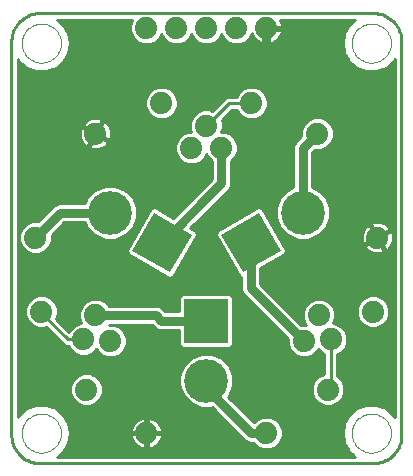
<source format=gtl>
G75*
G70*
%OFA0B0*%
%FSLAX24Y24*%
%IPPOS*%
%LPD*%
%AMOC8*
5,1,8,0,0,1.08239X$1,22.5*
%
%ADD10C,0.0100*%
%ADD11C,0.1457*%
%ADD12R,0.1457X0.1457*%
%ADD13R,0.1457X0.1457*%
%ADD14C,0.0740*%
%ADD15C,0.0000*%
%ADD16C,0.0300*%
D10*
X014333Y008000D02*
X014333Y021000D01*
X014553Y020471D02*
X014602Y020386D01*
X014856Y020173D01*
X015168Y020060D01*
X015499Y020060D01*
X015811Y020173D01*
X016065Y020386D01*
X016065Y020386D01*
X016065Y020386D01*
X016230Y020674D01*
X016288Y021000D01*
X016230Y021326D01*
X016230Y021326D01*
X016065Y021614D01*
X015866Y021780D01*
X018365Y021780D01*
X018293Y021607D01*
X018293Y021393D01*
X018376Y021194D01*
X018527Y021042D01*
X018726Y020960D01*
X018941Y020960D01*
X019139Y021042D01*
X019291Y021194D01*
X019333Y021296D01*
X019376Y021194D01*
X019527Y021042D01*
X019726Y020960D01*
X019941Y020960D01*
X020139Y021042D01*
X020291Y021194D01*
X020333Y021296D01*
X020376Y021194D01*
X020527Y021042D01*
X020726Y020960D01*
X020941Y020960D01*
X021139Y021042D01*
X021291Y021194D01*
X021333Y021296D01*
X021376Y021194D01*
X021527Y021042D01*
X021726Y020960D01*
X021941Y020960D01*
X022139Y021042D01*
X022291Y021194D01*
X022344Y021322D01*
X022351Y021300D01*
X022389Y021227D01*
X022437Y021161D01*
X022495Y021103D01*
X022561Y021055D01*
X022634Y021018D01*
X022712Y020993D01*
X022783Y020981D01*
X022783Y021450D01*
X022883Y021450D01*
X022883Y020981D01*
X022955Y020993D01*
X023033Y021018D01*
X023106Y021055D01*
X023172Y021103D01*
X023230Y021161D01*
X023278Y021227D01*
X023315Y021300D01*
X023341Y021378D01*
X023352Y021450D01*
X022883Y021450D01*
X022883Y021550D01*
X023352Y021550D01*
X023341Y021622D01*
X023315Y021700D01*
X023278Y021773D01*
X023273Y021780D01*
X025801Y021780D01*
X025602Y021614D01*
X025602Y021614D01*
X025602Y021614D01*
X025436Y021326D01*
X025379Y021000D01*
X025436Y020674D01*
X025436Y020674D01*
X025602Y020386D01*
X025856Y020173D01*
X026168Y020060D01*
X026246Y020060D01*
X026499Y020060D01*
X026811Y020173D01*
X027065Y020386D01*
X027065Y020386D01*
X027065Y020386D01*
X027113Y020471D01*
X027113Y008529D01*
X027065Y008614D01*
X026811Y008827D01*
X026499Y008940D01*
X026168Y008940D01*
X025856Y008827D01*
X025602Y008614D01*
X025602Y008614D01*
X025602Y008614D01*
X025436Y008326D01*
X025379Y008000D01*
X025436Y007674D01*
X025436Y007674D01*
X025602Y007386D01*
X025801Y007220D01*
X015866Y007220D01*
X016065Y007386D01*
X016065Y007386D01*
X016065Y007386D01*
X016230Y007674D01*
X016288Y008000D01*
X016230Y008326D01*
X016230Y008326D01*
X016065Y008614D01*
X015811Y008827D01*
X015499Y008940D01*
X015168Y008940D01*
X014856Y008827D01*
X014602Y008614D01*
X014602Y008614D01*
X014602Y008614D01*
X014553Y008529D01*
X014553Y020471D01*
X014553Y020395D02*
X014597Y020395D01*
X014602Y020386D02*
X014602Y020386D01*
X014553Y020297D02*
X014709Y020297D01*
X014827Y020198D02*
X014553Y020198D01*
X014553Y020100D02*
X015059Y020100D01*
X014856Y020173D02*
X014856Y020173D01*
X014553Y020001D02*
X027113Y020001D01*
X027113Y019903D02*
X014553Y019903D01*
X014553Y019804D02*
X027113Y019804D01*
X027113Y019706D02*
X014553Y019706D01*
X014553Y019607D02*
X027113Y019607D01*
X027113Y019509D02*
X022517Y019509D01*
X022441Y019540D02*
X022226Y019540D01*
X022027Y019458D01*
X021876Y019306D01*
X021840Y019220D01*
X021492Y019220D01*
X021027Y018754D01*
X020941Y018790D01*
X020726Y018790D01*
X020527Y018708D01*
X020376Y018556D01*
X020293Y018357D01*
X020293Y018143D01*
X020336Y018040D01*
X020226Y018040D01*
X020027Y017958D01*
X019876Y017806D01*
X019793Y017607D01*
X019793Y017393D01*
X019876Y017194D01*
X020027Y017042D01*
X020226Y016960D01*
X020441Y016960D01*
X020639Y017042D01*
X020791Y017194D01*
X020833Y017296D01*
X020876Y017194D01*
X021013Y017056D01*
X021013Y016467D01*
X019720Y015173D01*
X019107Y015527D01*
X018971Y015491D01*
X018172Y014107D01*
X018208Y013971D01*
X019592Y013173D01*
X019728Y013209D01*
X020527Y014593D01*
X020490Y014729D01*
X020294Y014842D01*
X021605Y016153D01*
X021653Y016270D01*
X021653Y017056D01*
X021791Y017194D01*
X021873Y017393D01*
X021873Y017607D01*
X021791Y017806D01*
X021639Y017958D01*
X021441Y018040D01*
X021331Y018040D01*
X021373Y018143D01*
X021373Y018357D01*
X021338Y018443D01*
X021674Y018780D01*
X021840Y018780D01*
X021876Y018694D01*
X022027Y018542D01*
X022226Y018460D01*
X022441Y018460D01*
X022639Y018542D01*
X022791Y018694D01*
X022873Y018893D01*
X022873Y019107D01*
X022791Y019306D01*
X022639Y019458D01*
X022441Y019540D01*
X022687Y019410D02*
X027113Y019410D01*
X027113Y019312D02*
X022785Y019312D01*
X022830Y019213D02*
X027113Y019213D01*
X027113Y019115D02*
X022870Y019115D01*
X022873Y019016D02*
X027113Y019016D01*
X027113Y018918D02*
X022873Y018918D01*
X022843Y018819D02*
X027113Y018819D01*
X027113Y018721D02*
X022802Y018721D01*
X022719Y018622D02*
X027113Y018622D01*
X027113Y018524D02*
X022594Y018524D01*
X022073Y018524D02*
X021418Y018524D01*
X021345Y018425D02*
X024213Y018425D01*
X024227Y018440D02*
X024076Y018288D01*
X023993Y018089D01*
X023993Y017895D01*
X023868Y017769D01*
X023778Y017679D01*
X023729Y017562D01*
X023729Y017434D01*
X023729Y016190D01*
X023540Y016112D01*
X023288Y015859D01*
X023151Y015529D01*
X023151Y015171D01*
X023288Y014841D01*
X023540Y014588D01*
X023871Y014452D01*
X024228Y014452D01*
X024558Y014588D01*
X024811Y014841D01*
X024948Y015171D01*
X024948Y015529D01*
X024811Y015859D01*
X024558Y016112D01*
X024369Y016190D01*
X024369Y017366D01*
X024446Y017442D01*
X024641Y017442D01*
X024839Y017524D01*
X024991Y017676D01*
X025073Y017875D01*
X025073Y018089D01*
X024991Y018288D01*
X024839Y018440D01*
X024641Y018522D01*
X024426Y018522D01*
X024227Y018440D01*
X024114Y018327D02*
X021373Y018327D01*
X021373Y018228D02*
X024051Y018228D01*
X024010Y018130D02*
X021368Y018130D01*
X021462Y018031D02*
X023993Y018031D01*
X023993Y017933D02*
X021664Y017933D01*
X021763Y017834D02*
X023933Y017834D01*
X023868Y017769D02*
X023868Y017769D01*
X023834Y017736D02*
X021820Y017736D01*
X021861Y017637D02*
X023761Y017637D01*
X023729Y017539D02*
X021873Y017539D01*
X021873Y017440D02*
X023729Y017440D01*
X023729Y017342D02*
X021852Y017342D01*
X021811Y017243D02*
X023729Y017243D01*
X023729Y017145D02*
X021742Y017145D01*
X021653Y017046D02*
X023729Y017046D01*
X023729Y016948D02*
X021653Y016948D01*
X021653Y016849D02*
X023729Y016849D01*
X023729Y016751D02*
X021653Y016751D01*
X021653Y016652D02*
X023729Y016652D01*
X023729Y016554D02*
X021653Y016554D01*
X021653Y016455D02*
X023729Y016455D01*
X023729Y016357D02*
X021653Y016357D01*
X021648Y016258D02*
X023729Y016258D01*
X023656Y016160D02*
X021607Y016160D01*
X021513Y016061D02*
X023490Y016061D01*
X023391Y015963D02*
X021414Y015963D01*
X021316Y015864D02*
X023293Y015864D01*
X023249Y015766D02*
X021217Y015766D01*
X021119Y015667D02*
X023208Y015667D01*
X023168Y015569D02*
X021020Y015569D01*
X020922Y015470D02*
X022461Y015470D01*
X022560Y015527D02*
X021176Y014729D01*
X021140Y014593D01*
X021939Y013209D01*
X021997Y013193D01*
X021997Y012769D01*
X022046Y012652D01*
X023543Y011154D01*
X023543Y010960D01*
X023626Y010761D01*
X023777Y010609D01*
X023976Y010527D01*
X024191Y010527D01*
X024389Y010609D01*
X024541Y010761D01*
X024553Y010791D01*
X024677Y010667D01*
X024763Y010632D01*
X024763Y009986D01*
X024577Y009909D01*
X024426Y009757D01*
X021732Y009757D01*
X021732Y009855D02*
X024524Y009855D01*
X024426Y009757D02*
X024343Y009558D01*
X024343Y009344D01*
X024426Y009145D01*
X024577Y008993D01*
X024776Y008911D01*
X024991Y008911D01*
X025189Y008993D01*
X025341Y009145D01*
X025423Y009344D01*
X025423Y009558D01*
X025341Y009757D01*
X027113Y009757D01*
X027113Y009855D02*
X025242Y009855D01*
X025203Y009895D02*
X025203Y010632D01*
X025289Y010667D01*
X025441Y010819D01*
X025523Y011018D01*
X025523Y011232D01*
X025441Y011431D01*
X025289Y011583D01*
X025090Y011665D01*
X025057Y011665D01*
X025123Y011826D01*
X025123Y012040D01*
X025041Y012239D01*
X024889Y012391D01*
X024691Y012473D01*
X024476Y012473D01*
X024277Y012391D01*
X024126Y012239D01*
X024043Y012040D01*
X024043Y011826D01*
X024126Y011627D01*
X024146Y011607D01*
X023996Y011607D01*
X022637Y012966D01*
X022637Y013497D01*
X023458Y013971D01*
X023495Y014107D01*
X022696Y015491D01*
X022560Y015527D01*
X022708Y015470D02*
X023151Y015470D01*
X023151Y015372D02*
X022765Y015372D01*
X022822Y015273D02*
X023151Y015273D01*
X023151Y015175D02*
X022879Y015175D01*
X022935Y015076D02*
X023190Y015076D01*
X023231Y014978D02*
X022992Y014978D01*
X023049Y014879D02*
X023272Y014879D01*
X023348Y014781D02*
X023106Y014781D01*
X023163Y014682D02*
X023447Y014682D01*
X023552Y014584D02*
X023220Y014584D01*
X023277Y014485D02*
X023790Y014485D01*
X023390Y014288D02*
X026212Y014288D01*
X026228Y014387D02*
X026383Y014387D01*
X026399Y014485D02*
X026508Y014485D01*
X026519Y014465D02*
X026103Y014225D01*
X026137Y014179D01*
X026195Y014121D01*
X026261Y014073D01*
X026334Y014036D01*
X026412Y014011D01*
X026492Y013998D01*
X026574Y013998D01*
X026655Y014011D01*
X026733Y014036D01*
X026759Y014049D01*
X026519Y014465D01*
X026481Y014532D01*
X026065Y014292D01*
X026051Y014318D01*
X026026Y014396D01*
X026013Y014477D01*
X026013Y014559D01*
X026026Y014640D01*
X026051Y014718D01*
X026089Y014790D01*
X026137Y014857D01*
X026195Y014915D01*
X026241Y014948D01*
X026481Y014532D01*
X026547Y014571D01*
X026307Y014986D01*
X026334Y015000D01*
X026412Y015025D01*
X026492Y015038D01*
X026574Y015038D01*
X026655Y015025D01*
X026733Y015000D01*
X026806Y014963D01*
X026872Y014915D01*
X026930Y014857D01*
X026963Y014811D01*
X026547Y014571D01*
X026586Y014504D01*
X027002Y014744D01*
X027015Y014718D01*
X027041Y014640D01*
X027053Y014559D01*
X027053Y014477D01*
X027041Y014396D01*
X027015Y014318D01*
X026978Y014245D01*
X026930Y014179D01*
X026872Y014121D01*
X026826Y014088D01*
X026586Y014504D01*
X026519Y014465D01*
X026553Y014485D02*
X026597Y014485D01*
X026570Y014584D02*
X026724Y014584D01*
X026740Y014682D02*
X026895Y014682D01*
X026911Y014781D02*
X027113Y014781D01*
X027113Y014879D02*
X026908Y014879D01*
X026777Y014978D02*
X027113Y014978D01*
X027113Y015076D02*
X024908Y015076D01*
X024948Y015175D02*
X027113Y015175D01*
X027113Y015273D02*
X024948Y015273D01*
X024948Y015372D02*
X027113Y015372D01*
X027113Y015470D02*
X024948Y015470D01*
X024931Y015569D02*
X027113Y015569D01*
X027113Y015667D02*
X024890Y015667D01*
X024850Y015766D02*
X027113Y015766D01*
X027113Y015864D02*
X024806Y015864D01*
X024707Y015963D02*
X027113Y015963D01*
X027113Y016061D02*
X024609Y016061D01*
X024443Y016160D02*
X027113Y016160D01*
X027113Y016258D02*
X024369Y016258D01*
X024369Y016357D02*
X027113Y016357D01*
X027113Y016455D02*
X024369Y016455D01*
X024369Y016554D02*
X027113Y016554D01*
X027113Y016652D02*
X024369Y016652D01*
X024369Y016751D02*
X027113Y016751D01*
X027113Y016849D02*
X024369Y016849D01*
X024369Y016948D02*
X027113Y016948D01*
X027113Y017046D02*
X024369Y017046D01*
X024369Y017145D02*
X027113Y017145D01*
X027113Y017243D02*
X024369Y017243D01*
X024369Y017342D02*
X027113Y017342D01*
X027113Y017440D02*
X024444Y017440D01*
X024853Y017539D02*
X027113Y017539D01*
X027113Y017637D02*
X024952Y017637D01*
X025016Y017736D02*
X027113Y017736D01*
X027113Y017834D02*
X025057Y017834D01*
X025073Y017933D02*
X027113Y017933D01*
X027113Y018031D02*
X025073Y018031D01*
X025057Y018130D02*
X027113Y018130D01*
X027113Y018228D02*
X025016Y018228D01*
X024953Y018327D02*
X027113Y018327D01*
X027113Y018425D02*
X024854Y018425D01*
X022333Y019000D02*
X021583Y019000D01*
X020833Y018250D01*
X020442Y018622D02*
X019719Y018622D01*
X019791Y018694D02*
X019639Y018542D01*
X019441Y018460D01*
X019226Y018460D01*
X019027Y018542D01*
X018876Y018694D01*
X018793Y018893D01*
X018793Y019107D01*
X018876Y019306D01*
X019027Y019458D01*
X019226Y019540D01*
X019441Y019540D01*
X019639Y019458D01*
X019791Y019306D01*
X019873Y019107D01*
X019873Y018893D01*
X019791Y018694D01*
X019802Y018721D02*
X020558Y018721D01*
X020362Y018524D02*
X019594Y018524D01*
X019843Y018819D02*
X021091Y018819D01*
X021190Y018918D02*
X019873Y018918D01*
X019873Y019016D02*
X021288Y019016D01*
X021387Y019115D02*
X019870Y019115D01*
X019830Y019213D02*
X021485Y019213D01*
X021881Y019312D02*
X019785Y019312D01*
X019687Y019410D02*
X021980Y019410D01*
X022150Y019509D02*
X019517Y019509D01*
X019150Y019509D02*
X014553Y019509D01*
X014553Y019410D02*
X018980Y019410D01*
X018881Y019312D02*
X014553Y019312D01*
X014553Y019213D02*
X018837Y019213D01*
X018796Y019115D02*
X014553Y019115D01*
X014553Y019016D02*
X018793Y019016D01*
X018793Y018918D02*
X014553Y018918D01*
X014553Y018819D02*
X018824Y018819D01*
X018865Y018721D02*
X014553Y018721D01*
X014553Y018622D02*
X018948Y018622D01*
X019073Y018524D02*
X014553Y018524D01*
X014553Y018425D02*
X016858Y018425D01*
X016861Y018427D02*
X016795Y018379D01*
X016737Y018321D01*
X016703Y018275D01*
X017119Y018035D01*
X017081Y017968D01*
X017147Y017929D01*
X016907Y017514D01*
X016934Y017500D01*
X017012Y017475D01*
X017092Y017462D01*
X017174Y017462D01*
X017255Y017475D01*
X017333Y017500D01*
X017406Y017537D01*
X017472Y017585D01*
X017530Y017643D01*
X017563Y017689D01*
X017147Y017929D01*
X017186Y017996D01*
X017602Y017756D01*
X017615Y017782D01*
X017641Y017860D01*
X017653Y017941D01*
X017653Y018023D01*
X017641Y018104D01*
X017615Y018182D01*
X017578Y018255D01*
X017530Y018321D01*
X017472Y018379D01*
X017426Y018412D01*
X017186Y017996D01*
X017119Y018035D01*
X017359Y018451D01*
X017333Y018464D01*
X017255Y018489D01*
X017174Y018502D01*
X017092Y018502D01*
X017012Y018489D01*
X016934Y018464D01*
X016861Y018427D01*
X016742Y018327D02*
X014553Y018327D01*
X014553Y018228D02*
X016784Y018228D01*
X016801Y018130D02*
X016955Y018130D01*
X016971Y018031D02*
X017117Y018031D01*
X017126Y018031D02*
X017206Y018031D01*
X017174Y018130D02*
X017263Y018130D01*
X017231Y018228D02*
X017320Y018228D01*
X017288Y018327D02*
X017377Y018327D01*
X017345Y018425D02*
X020321Y018425D01*
X020293Y018327D02*
X017524Y018327D01*
X017592Y018228D02*
X020293Y018228D01*
X020299Y018130D02*
X017632Y018130D01*
X017652Y018031D02*
X020204Y018031D01*
X020002Y017933D02*
X017652Y017933D01*
X017632Y017834D02*
X019904Y017834D01*
X019846Y017736D02*
X017483Y017736D01*
X017467Y017834D02*
X017313Y017834D01*
X017296Y017933D02*
X017149Y017933D01*
X017142Y017933D02*
X017060Y017933D01*
X017081Y017968D02*
X016841Y017552D01*
X016795Y017585D01*
X016737Y017643D01*
X016689Y017710D01*
X016651Y017782D01*
X016626Y017860D01*
X016613Y017941D01*
X016613Y018023D01*
X016626Y018104D01*
X016651Y018182D01*
X016665Y018208D01*
X017081Y017968D01*
X017092Y017834D02*
X017003Y017834D01*
X017036Y017736D02*
X016946Y017736D01*
X016979Y017637D02*
X016890Y017637D01*
X016922Y017539D02*
X014553Y017539D01*
X014553Y017637D02*
X016743Y017637D01*
X016675Y017736D02*
X014553Y017736D01*
X014553Y017834D02*
X016635Y017834D01*
X016615Y017933D02*
X014553Y017933D01*
X014553Y018031D02*
X016615Y018031D01*
X016634Y018130D02*
X014553Y018130D01*
X014553Y017440D02*
X019793Y017440D01*
X019793Y017539D02*
X017408Y017539D01*
X017524Y017637D02*
X019806Y017637D01*
X019814Y017342D02*
X014553Y017342D01*
X014553Y017243D02*
X019855Y017243D01*
X019925Y017145D02*
X014553Y017145D01*
X014553Y017046D02*
X020024Y017046D01*
X020643Y017046D02*
X021013Y017046D01*
X021013Y016948D02*
X014553Y016948D01*
X014553Y016849D02*
X021013Y016849D01*
X021013Y016751D02*
X014553Y016751D01*
X014553Y016652D02*
X021013Y016652D01*
X021013Y016554D02*
X014553Y016554D01*
X014553Y016455D02*
X021002Y016455D01*
X020903Y016357D02*
X014553Y016357D01*
X014553Y016258D02*
X020805Y016258D01*
X020706Y016160D02*
X018010Y016160D01*
X018126Y016112D02*
X017796Y016248D01*
X017439Y016248D01*
X017108Y016112D01*
X016856Y015859D01*
X016777Y015670D01*
X015966Y015670D01*
X015902Y015670D01*
X015902Y015670D01*
X015902Y015670D01*
X015839Y015644D01*
X015784Y015621D01*
X015729Y015566D01*
X015221Y015058D01*
X015026Y015058D01*
X014827Y014976D01*
X014676Y014824D01*
X014593Y014625D01*
X014593Y014411D01*
X014676Y014212D01*
X014827Y014060D01*
X015026Y013978D01*
X015241Y013978D01*
X015439Y014060D01*
X015591Y014212D01*
X015673Y014411D01*
X015673Y014605D01*
X016098Y015030D01*
X016777Y015030D01*
X016856Y014841D01*
X017108Y014588D01*
X017439Y014452D01*
X017796Y014452D01*
X018126Y014588D01*
X018379Y014841D01*
X018516Y015171D01*
X018516Y015529D01*
X018379Y015859D01*
X018126Y016112D01*
X018177Y016061D02*
X020608Y016061D01*
X020509Y015963D02*
X018275Y015963D01*
X018374Y015864D02*
X020411Y015864D01*
X020312Y015766D02*
X018418Y015766D01*
X018458Y015667D02*
X020214Y015667D01*
X020115Y015569D02*
X018499Y015569D01*
X018516Y015470D02*
X018959Y015470D01*
X018902Y015372D02*
X018516Y015372D01*
X018516Y015273D02*
X018845Y015273D01*
X018788Y015175D02*
X018516Y015175D01*
X018476Y015076D02*
X018731Y015076D01*
X018674Y014978D02*
X018435Y014978D01*
X018395Y014879D02*
X018617Y014879D01*
X018561Y014781D02*
X018318Y014781D01*
X018220Y014682D02*
X018504Y014682D01*
X018447Y014584D02*
X018114Y014584D01*
X017877Y014485D02*
X018390Y014485D01*
X018333Y014387D02*
X015663Y014387D01*
X015673Y014485D02*
X017358Y014485D01*
X017120Y014584D02*
X015673Y014584D01*
X015750Y014682D02*
X017015Y014682D01*
X016916Y014781D02*
X015848Y014781D01*
X015947Y014879D02*
X016840Y014879D01*
X016799Y014978D02*
X016045Y014978D01*
X015633Y015470D02*
X014553Y015470D01*
X014553Y015372D02*
X015534Y015372D01*
X015436Y015273D02*
X014553Y015273D01*
X014553Y015175D02*
X015337Y015175D01*
X015239Y015076D02*
X014553Y015076D01*
X014553Y014978D02*
X014832Y014978D01*
X014731Y014879D02*
X014553Y014879D01*
X014553Y014781D02*
X014658Y014781D01*
X014617Y014682D02*
X014553Y014682D01*
X014553Y014584D02*
X014593Y014584D01*
X014593Y014485D02*
X014553Y014485D01*
X014553Y014387D02*
X014603Y014387D01*
X014644Y014288D02*
X014553Y014288D01*
X014553Y014190D02*
X014698Y014190D01*
X014797Y014091D02*
X014553Y014091D01*
X014553Y013993D02*
X014991Y013993D01*
X015276Y013993D02*
X018203Y013993D01*
X018176Y014091D02*
X015470Y014091D01*
X015569Y014190D02*
X018219Y014190D01*
X018276Y014288D02*
X015623Y014288D01*
X014553Y013894D02*
X018342Y013894D01*
X018513Y013796D02*
X014553Y013796D01*
X014553Y013697D02*
X018684Y013697D01*
X018854Y013599D02*
X014553Y013599D01*
X014553Y013500D02*
X019025Y013500D01*
X019196Y013401D02*
X014553Y013401D01*
X014553Y013303D02*
X019366Y013303D01*
X019537Y013204D02*
X014553Y013204D01*
X014553Y013106D02*
X021997Y013106D01*
X021997Y013007D02*
X014553Y013007D01*
X014553Y012909D02*
X021997Y012909D01*
X021997Y012810D02*
X014553Y012810D01*
X014553Y012712D02*
X022021Y012712D01*
X022084Y012613D02*
X021667Y012613D01*
X021632Y012648D02*
X020035Y012648D01*
X019935Y012549D01*
X019935Y012070D01*
X019466Y012070D01*
X019332Y012204D01*
X019214Y012253D01*
X017577Y012253D01*
X017439Y012391D01*
X017241Y012473D01*
X017026Y012473D01*
X016827Y012391D01*
X016676Y012239D01*
X016593Y012040D01*
X016593Y011826D01*
X016660Y011665D01*
X016626Y011665D01*
X016428Y011583D01*
X016276Y011431D01*
X016258Y011387D01*
X015823Y011821D01*
X015873Y011942D01*
X015873Y012156D01*
X015791Y012355D01*
X015639Y012507D01*
X015441Y012589D01*
X015226Y012589D01*
X015027Y012507D01*
X014876Y012355D01*
X014793Y012156D01*
X014793Y011942D01*
X014876Y011743D01*
X015027Y011591D01*
X015226Y011509D01*
X015441Y011509D01*
X015492Y011530D01*
X015491Y011530D01*
X015492Y011530D02*
X016117Y010905D01*
X016240Y010905D01*
X016276Y010819D01*
X016428Y010667D01*
X016626Y010585D01*
X016841Y010585D01*
X017040Y010667D01*
X017163Y010791D01*
X017176Y010761D01*
X017327Y010609D01*
X017526Y010527D01*
X017741Y010527D01*
X017939Y010609D01*
X018091Y010761D01*
X018173Y010960D01*
X018173Y011174D01*
X018091Y011373D01*
X017939Y011525D01*
X017741Y011607D01*
X017571Y011607D01*
X017577Y011613D01*
X019018Y011613D01*
X019062Y011569D01*
X019152Y011479D01*
X019270Y011430D01*
X019935Y011430D01*
X019935Y010951D01*
X020035Y010852D01*
X021632Y010852D01*
X021732Y010951D01*
X021732Y012549D01*
X021632Y012648D01*
X021732Y012515D02*
X022183Y012515D01*
X022281Y012416D02*
X021732Y012416D01*
X021732Y012318D02*
X022380Y012318D01*
X022478Y012219D02*
X021732Y012219D01*
X021732Y012121D02*
X022577Y012121D01*
X022675Y012022D02*
X021732Y012022D01*
X021732Y011924D02*
X022774Y011924D01*
X022872Y011825D02*
X021732Y011825D01*
X021732Y011727D02*
X022971Y011727D01*
X023069Y011628D02*
X021732Y011628D01*
X021732Y011530D02*
X023168Y011530D01*
X023266Y011431D02*
X021732Y011431D01*
X021732Y011333D02*
X023365Y011333D01*
X023463Y011234D02*
X021732Y011234D01*
X021732Y011136D02*
X023543Y011136D01*
X023543Y011037D02*
X021732Y011037D01*
X021719Y010939D02*
X023552Y010939D01*
X023593Y010840D02*
X018124Y010840D01*
X018165Y010939D02*
X019947Y010939D01*
X019935Y011037D02*
X018173Y011037D01*
X018173Y011136D02*
X019935Y011136D01*
X019935Y011234D02*
X018148Y011234D01*
X018108Y011333D02*
X019935Y011333D01*
X019266Y011431D02*
X018032Y011431D01*
X017927Y011530D02*
X019101Y011530D01*
X019415Y012121D02*
X019935Y012121D01*
X019935Y012219D02*
X019295Y012219D01*
X019935Y012318D02*
X017512Y012318D01*
X017377Y012416D02*
X019935Y012416D01*
X019935Y012515D02*
X015619Y012515D01*
X015730Y012416D02*
X016889Y012416D01*
X016755Y012318D02*
X015806Y012318D01*
X015847Y012219D02*
X016668Y012219D01*
X016627Y012121D02*
X015873Y012121D01*
X015873Y012022D02*
X016593Y012022D01*
X016593Y011924D02*
X015866Y011924D01*
X015825Y011825D02*
X016593Y011825D01*
X016634Y011727D02*
X015917Y011727D01*
X016016Y011628D02*
X016538Y011628D01*
X016375Y011530D02*
X016114Y011530D01*
X016213Y011431D02*
X016277Y011431D01*
X016208Y011125D02*
X015333Y012000D01*
X015333Y012049D01*
X014841Y011825D02*
X014553Y011825D01*
X014553Y011727D02*
X014892Y011727D01*
X014990Y011628D02*
X014553Y011628D01*
X014553Y011530D02*
X015175Y011530D01*
X015591Y011431D02*
X014553Y011431D01*
X014553Y011333D02*
X015689Y011333D01*
X015788Y011234D02*
X014553Y011234D01*
X014553Y011136D02*
X015886Y011136D01*
X015985Y011037D02*
X014553Y011037D01*
X014553Y010939D02*
X016083Y010939D01*
X016267Y010840D02*
X014553Y010840D01*
X014553Y010742D02*
X016353Y010742D01*
X016485Y010643D02*
X014553Y010643D01*
X014553Y010545D02*
X017482Y010545D01*
X017293Y010643D02*
X016982Y010643D01*
X017114Y010742D02*
X017195Y010742D01*
X016734Y011125D02*
X016208Y011125D01*
X014801Y011924D02*
X014553Y011924D01*
X014553Y012022D02*
X014793Y012022D01*
X014793Y012121D02*
X014553Y012121D01*
X014553Y012219D02*
X014819Y012219D01*
X014860Y012318D02*
X014553Y012318D01*
X014553Y012416D02*
X014937Y012416D01*
X015047Y012515D02*
X014553Y012515D01*
X014553Y012613D02*
X020000Y012613D01*
X019711Y013204D02*
X021956Y013204D01*
X021884Y013303D02*
X019782Y013303D01*
X019839Y013401D02*
X021828Y013401D01*
X021771Y013500D02*
X019896Y013500D01*
X019953Y013599D02*
X021714Y013599D01*
X021657Y013697D02*
X020010Y013697D01*
X020067Y013796D02*
X021600Y013796D01*
X021543Y013894D02*
X020123Y013894D01*
X020180Y013993D02*
X021486Y013993D01*
X021430Y014091D02*
X020237Y014091D01*
X020294Y014190D02*
X021373Y014190D01*
X021316Y014288D02*
X020351Y014288D01*
X020408Y014387D02*
X021259Y014387D01*
X021202Y014485D02*
X020465Y014485D01*
X020521Y014584D02*
X021145Y014584D01*
X021164Y014682D02*
X020503Y014682D01*
X020400Y014781D02*
X021266Y014781D01*
X021437Y014879D02*
X020331Y014879D01*
X020429Y014978D02*
X021607Y014978D01*
X021778Y015076D02*
X020528Y015076D01*
X020626Y015175D02*
X021949Y015175D01*
X022119Y015273D02*
X020725Y015273D01*
X020823Y015372D02*
X022290Y015372D01*
X023334Y014387D02*
X026029Y014387D01*
X026013Y014485D02*
X024309Y014485D01*
X024546Y014584D02*
X026017Y014584D01*
X026040Y014682D02*
X024652Y014682D01*
X024750Y014781D02*
X026084Y014781D01*
X026159Y014879D02*
X024827Y014879D01*
X024867Y014978D02*
X026313Y014978D01*
X026280Y014879D02*
X026369Y014879D01*
X026337Y014781D02*
X026426Y014781D01*
X026394Y014682D02*
X026483Y014682D01*
X026451Y014584D02*
X026540Y014584D01*
X026565Y014387D02*
X026654Y014387D01*
X026622Y014288D02*
X026711Y014288D01*
X026678Y014190D02*
X026768Y014190D01*
X026735Y014091D02*
X026824Y014091D01*
X026830Y014091D02*
X027113Y014091D01*
X027113Y013993D02*
X023464Y013993D01*
X023490Y014091D02*
X026236Y014091D01*
X026129Y014190D02*
X023447Y014190D01*
X023324Y013894D02*
X027113Y013894D01*
X027113Y013796D02*
X023154Y013796D01*
X022983Y013697D02*
X027113Y013697D01*
X027113Y013599D02*
X022812Y013599D01*
X022642Y013500D02*
X027113Y013500D01*
X027113Y013401D02*
X022637Y013401D01*
X022637Y013303D02*
X027113Y013303D01*
X027113Y013204D02*
X022637Y013204D01*
X022637Y013106D02*
X027113Y013106D01*
X027113Y013007D02*
X022637Y013007D01*
X022694Y012909D02*
X027113Y012909D01*
X027113Y012810D02*
X022792Y012810D01*
X022891Y012712D02*
X027113Y012712D01*
X027113Y012613D02*
X022989Y012613D01*
X023088Y012515D02*
X026097Y012515D01*
X026077Y012507D02*
X025926Y012355D01*
X025843Y012156D01*
X025843Y011942D01*
X025926Y011743D01*
X026077Y011591D01*
X026276Y011509D01*
X026491Y011509D01*
X026689Y011591D01*
X026841Y011743D01*
X026923Y011942D01*
X026923Y012156D01*
X026841Y012355D01*
X026689Y012507D01*
X026491Y012589D01*
X026276Y012589D01*
X026077Y012507D01*
X025987Y012416D02*
X024827Y012416D01*
X024962Y012318D02*
X025910Y012318D01*
X025869Y012219D02*
X025049Y012219D01*
X025090Y012121D02*
X025843Y012121D01*
X025843Y012022D02*
X025123Y012022D01*
X025123Y011924D02*
X025851Y011924D01*
X025891Y011825D02*
X025123Y011825D01*
X025082Y011727D02*
X025942Y011727D01*
X026040Y011628D02*
X025178Y011628D01*
X025342Y011530D02*
X026225Y011530D01*
X026541Y011530D02*
X027113Y011530D01*
X027113Y011628D02*
X026726Y011628D01*
X026825Y011727D02*
X027113Y011727D01*
X027113Y011825D02*
X026875Y011825D01*
X026916Y011924D02*
X027113Y011924D01*
X027113Y012022D02*
X026923Y012022D01*
X026923Y012121D02*
X027113Y012121D01*
X027113Y012219D02*
X026897Y012219D01*
X026856Y012318D02*
X027113Y012318D01*
X027113Y012416D02*
X026780Y012416D01*
X026669Y012515D02*
X027113Y012515D01*
X027113Y011431D02*
X025440Y011431D01*
X025481Y011333D02*
X027113Y011333D01*
X027113Y011234D02*
X025522Y011234D01*
X025523Y011136D02*
X027113Y011136D01*
X027113Y011037D02*
X025523Y011037D01*
X025490Y010939D02*
X027113Y010939D01*
X027113Y010840D02*
X025449Y010840D01*
X025364Y010742D02*
X027113Y010742D01*
X027113Y010643D02*
X025231Y010643D01*
X025203Y010545D02*
X027113Y010545D01*
X027113Y010446D02*
X025203Y010446D01*
X025203Y010348D02*
X027113Y010348D01*
X027113Y010249D02*
X025203Y010249D01*
X025203Y010151D02*
X027113Y010151D01*
X027113Y010052D02*
X025203Y010052D01*
X025203Y009954D02*
X027113Y009954D01*
X027113Y009658D02*
X025382Y009658D01*
X025423Y009560D02*
X027113Y009560D01*
X027113Y009461D02*
X025423Y009461D01*
X025423Y009363D02*
X027113Y009363D01*
X027113Y009264D02*
X025391Y009264D01*
X025350Y009166D02*
X027113Y009166D01*
X027113Y009067D02*
X025264Y009067D01*
X025131Y008969D02*
X027113Y008969D01*
X027113Y008870D02*
X026690Y008870D01*
X026811Y008827D02*
X026811Y008827D01*
X026876Y008772D02*
X027113Y008772D01*
X027113Y008673D02*
X026993Y008673D01*
X027065Y008614D02*
X027065Y008614D01*
X027087Y008575D02*
X027113Y008575D01*
X027333Y008000D02*
X027333Y021000D01*
X027113Y020395D02*
X027069Y020395D01*
X027113Y020297D02*
X026957Y020297D01*
X026840Y020198D02*
X027113Y020198D01*
X027113Y020100D02*
X026608Y020100D01*
X026811Y020173D02*
X026811Y020173D01*
X026059Y020100D02*
X015608Y020100D01*
X015811Y020173D02*
X015811Y020173D01*
X015840Y020198D02*
X025827Y020198D01*
X025856Y020173D02*
X025856Y020173D01*
X025709Y020297D02*
X015957Y020297D01*
X016069Y020395D02*
X025597Y020395D01*
X025602Y020386D02*
X025602Y020386D01*
X025540Y020494D02*
X016126Y020494D01*
X016183Y020592D02*
X025483Y020592D01*
X025433Y020691D02*
X016233Y020691D01*
X016230Y020674D02*
X016230Y020674D01*
X016251Y020789D02*
X025416Y020789D01*
X025399Y020888D02*
X016268Y020888D01*
X016285Y020986D02*
X018663Y020986D01*
X018485Y021085D02*
X016273Y021085D01*
X016288Y021000D02*
X016288Y021000D01*
X016256Y021183D02*
X018387Y021183D01*
X018339Y021282D02*
X016238Y021282D01*
X016199Y021380D02*
X018299Y021380D01*
X018293Y021479D02*
X016142Y021479D01*
X016086Y021577D02*
X018293Y021577D01*
X018322Y021676D02*
X015991Y021676D01*
X016065Y021614D02*
X016065Y021614D01*
X015873Y021774D02*
X018362Y021774D01*
X019327Y021282D02*
X019339Y021282D01*
X019387Y021183D02*
X019280Y021183D01*
X019182Y021085D02*
X019485Y021085D01*
X019663Y020986D02*
X019004Y020986D01*
X020004Y020986D02*
X020663Y020986D01*
X020485Y021085D02*
X020182Y021085D01*
X020280Y021183D02*
X020387Y021183D01*
X020339Y021282D02*
X020327Y021282D01*
X021004Y020986D02*
X021663Y020986D01*
X021485Y021085D02*
X021182Y021085D01*
X021280Y021183D02*
X021387Y021183D01*
X021339Y021282D02*
X021327Y021282D01*
X022004Y020986D02*
X022754Y020986D01*
X022783Y020986D02*
X022883Y020986D01*
X022912Y020986D02*
X025381Y020986D01*
X025379Y021000D02*
X025379Y021000D01*
X025394Y021085D02*
X023146Y021085D01*
X023246Y021183D02*
X025411Y021183D01*
X025428Y021282D02*
X023306Y021282D01*
X023341Y021380D02*
X025467Y021380D01*
X025436Y021326D02*
X025436Y021326D01*
X025524Y021479D02*
X022883Y021479D01*
X022883Y021380D02*
X022783Y021380D01*
X022783Y021282D02*
X022883Y021282D01*
X022883Y021183D02*
X022783Y021183D01*
X022783Y021085D02*
X022883Y021085D01*
X022521Y021085D02*
X022182Y021085D01*
X022280Y021183D02*
X022421Y021183D01*
X022361Y021282D02*
X022327Y021282D01*
X023348Y021577D02*
X025581Y021577D01*
X025676Y021676D02*
X023323Y021676D01*
X023277Y021774D02*
X025793Y021774D01*
X026333Y022000D02*
X015333Y022000D01*
X015333Y021999D02*
X015274Y022001D01*
X015215Y021999D01*
X015156Y021993D01*
X015098Y021984D01*
X015040Y021971D01*
X014983Y021955D01*
X014927Y021935D01*
X014873Y021911D01*
X014820Y021884D01*
X014770Y021854D01*
X014721Y021821D01*
X014674Y021785D01*
X014629Y021745D01*
X014588Y021704D01*
X014548Y021659D01*
X014512Y021612D01*
X014479Y021563D01*
X014449Y021513D01*
X014422Y021460D01*
X014398Y021406D01*
X014378Y021350D01*
X014362Y021293D01*
X014349Y021235D01*
X014340Y021177D01*
X014334Y021118D01*
X014332Y021059D01*
X014334Y021000D01*
X020742Y017145D02*
X020925Y017145D01*
X020855Y017243D02*
X020811Y017243D01*
X021516Y018622D02*
X021948Y018622D01*
X021865Y018721D02*
X021615Y018721D01*
X017224Y016160D02*
X014553Y016160D01*
X014553Y016061D02*
X017058Y016061D01*
X016959Y015963D02*
X014553Y015963D01*
X014553Y015864D02*
X016861Y015864D01*
X016817Y015766D02*
X014553Y015766D01*
X014553Y015667D02*
X015895Y015667D01*
X015784Y015621D02*
X015784Y015621D01*
X015784Y015621D01*
X015731Y015569D02*
X014553Y015569D01*
X019206Y015470D02*
X020017Y015470D01*
X019918Y015372D02*
X019377Y015372D01*
X019547Y015273D02*
X019820Y015273D01*
X019721Y015175D02*
X019718Y015175D01*
X023186Y012416D02*
X024339Y012416D01*
X024205Y012318D02*
X023285Y012318D01*
X023383Y012219D02*
X024118Y012219D01*
X024077Y012121D02*
X023482Y012121D01*
X023580Y012022D02*
X024043Y012022D01*
X024043Y011924D02*
X023679Y011924D01*
X023777Y011825D02*
X024043Y011825D01*
X024084Y011727D02*
X023876Y011727D01*
X023974Y011628D02*
X024125Y011628D01*
X024983Y011125D02*
X024983Y009551D01*
X024883Y009451D01*
X024385Y009658D02*
X021732Y009658D01*
X021732Y009571D02*
X021732Y009929D01*
X021595Y010259D01*
X021342Y010512D01*
X021012Y010648D01*
X020655Y010648D01*
X020324Y010512D01*
X020072Y010259D01*
X019935Y009929D01*
X019935Y009571D01*
X020072Y009241D01*
X020324Y008988D01*
X020655Y008852D01*
X021012Y008852D01*
X021024Y008857D01*
X022062Y007819D01*
X022152Y007729D01*
X022270Y007680D01*
X022390Y007680D01*
X022527Y007542D01*
X022726Y007460D01*
X022941Y007460D01*
X023139Y007542D01*
X023291Y007694D01*
X023373Y007893D01*
X023373Y008107D01*
X023291Y008306D01*
X023139Y008458D01*
X022941Y008540D01*
X022726Y008540D01*
X022527Y008458D01*
X022428Y008358D01*
X021570Y009216D01*
X021595Y009241D01*
X021732Y009571D01*
X021727Y009560D02*
X024344Y009560D01*
X024343Y009461D02*
X021686Y009461D01*
X021645Y009363D02*
X024343Y009363D01*
X024376Y009264D02*
X021605Y009264D01*
X021620Y009166D02*
X024417Y009166D01*
X024503Y009067D02*
X021718Y009067D01*
X021817Y008969D02*
X024636Y008969D01*
X025523Y008476D02*
X023094Y008476D01*
X023219Y008378D02*
X025466Y008378D01*
X025436Y008326D02*
X025436Y008326D01*
X025428Y008279D02*
X023302Y008279D01*
X023343Y008181D02*
X025411Y008181D01*
X025393Y008082D02*
X023373Y008082D01*
X023373Y007984D02*
X025382Y007984D01*
X025379Y008000D02*
X025379Y008000D01*
X025399Y007885D02*
X023370Y007885D01*
X023330Y007787D02*
X025416Y007787D01*
X025434Y007688D02*
X023285Y007688D01*
X023187Y007590D02*
X025485Y007590D01*
X025542Y007491D02*
X023017Y007491D01*
X022650Y007491D02*
X018947Y007491D01*
X018955Y007493D02*
X019033Y007518D01*
X019106Y007555D01*
X019172Y007603D01*
X019230Y007661D01*
X019278Y007727D01*
X019315Y007800D01*
X019341Y007878D01*
X019353Y007959D01*
X019353Y007961D01*
X018872Y007961D01*
X018872Y007480D01*
X018874Y007480D01*
X018955Y007493D01*
X018872Y007491D02*
X018795Y007491D01*
X018795Y007480D02*
X018795Y007961D01*
X018872Y007961D01*
X018872Y008039D01*
X018795Y008039D01*
X018795Y008520D01*
X018792Y008520D01*
X018712Y008507D01*
X018634Y008482D01*
X018561Y008445D01*
X018495Y008397D01*
X018437Y008339D01*
X018389Y008273D01*
X018351Y008200D01*
X018326Y008122D01*
X018313Y008041D01*
X018313Y008039D01*
X018795Y008039D01*
X018795Y007961D01*
X018313Y007961D01*
X018313Y007959D01*
X018326Y007878D01*
X018351Y007800D01*
X018389Y007727D01*
X018437Y007661D01*
X018495Y007603D01*
X018561Y007555D01*
X018634Y007518D01*
X018712Y007493D01*
X018792Y007480D01*
X018795Y007480D01*
X018720Y007491D02*
X016125Y007491D01*
X016068Y007393D02*
X025598Y007393D01*
X025602Y007386D02*
X025602Y007386D01*
X025712Y007294D02*
X015955Y007294D01*
X016182Y007590D02*
X018513Y007590D01*
X018417Y007688D02*
X016233Y007688D01*
X016230Y007674D02*
X016230Y007674D01*
X016250Y007787D02*
X018358Y007787D01*
X018325Y007885D02*
X016268Y007885D01*
X016285Y007984D02*
X018795Y007984D01*
X018872Y007984D02*
X021897Y007984D01*
X021995Y007885D02*
X019342Y007885D01*
X019308Y007787D02*
X022094Y007787D01*
X022249Y007688D02*
X019250Y007688D01*
X019154Y007590D02*
X022480Y007590D01*
X021798Y008082D02*
X019347Y008082D01*
X019341Y008122D02*
X019353Y008041D01*
X019353Y008039D01*
X018872Y008039D01*
X018872Y008520D01*
X018874Y008520D01*
X018955Y008507D01*
X019033Y008482D01*
X019106Y008445D01*
X019172Y008397D01*
X019230Y008339D01*
X019278Y008273D01*
X019315Y008200D01*
X019341Y008122D01*
X019321Y008181D02*
X021700Y008181D01*
X021601Y008279D02*
X019273Y008279D01*
X019191Y008378D02*
X021503Y008378D01*
X021404Y008476D02*
X019044Y008476D01*
X018872Y008476D02*
X018795Y008476D01*
X018795Y008378D02*
X018872Y008378D01*
X018872Y008279D02*
X018795Y008279D01*
X018795Y008181D02*
X018872Y008181D01*
X018872Y008082D02*
X018795Y008082D01*
X018795Y007885D02*
X018872Y007885D01*
X018872Y007787D02*
X018795Y007787D01*
X018795Y007688D02*
X018872Y007688D01*
X018872Y007590D02*
X018795Y007590D01*
X018320Y008082D02*
X016273Y008082D01*
X016288Y008000D02*
X016288Y008000D01*
X016256Y008181D02*
X018345Y008181D01*
X018394Y008279D02*
X016239Y008279D01*
X016201Y008378D02*
X018476Y008378D01*
X018623Y008476D02*
X016144Y008476D01*
X016087Y008575D02*
X021306Y008575D01*
X021207Y008673D02*
X015993Y008673D01*
X016065Y008614D02*
X016065Y008614D01*
X015876Y008772D02*
X021109Y008772D01*
X021915Y008870D02*
X025977Y008870D01*
X025791Y008772D02*
X022014Y008772D01*
X022112Y008673D02*
X025674Y008673D01*
X025580Y008575D02*
X022211Y008575D01*
X022309Y008476D02*
X022573Y008476D01*
X022448Y008378D02*
X022408Y008378D01*
X020609Y008870D02*
X015690Y008870D01*
X015811Y008827D02*
X015811Y008827D01*
X016376Y009145D02*
X016293Y009344D01*
X016293Y009558D01*
X016376Y009757D01*
X014553Y009757D01*
X014553Y009855D02*
X016474Y009855D01*
X016527Y009909D02*
X016376Y009757D01*
X016335Y009658D02*
X014553Y009658D01*
X014553Y009560D02*
X016294Y009560D01*
X016293Y009461D02*
X014553Y009461D01*
X014553Y009363D02*
X016293Y009363D01*
X016326Y009264D02*
X014553Y009264D01*
X014553Y009166D02*
X016367Y009166D01*
X016376Y009145D02*
X016527Y008993D01*
X016726Y008911D01*
X016941Y008911D01*
X017139Y008993D01*
X017291Y009145D01*
X017373Y009344D01*
X017373Y009558D01*
X017291Y009757D01*
X019935Y009757D01*
X019935Y009855D02*
X017192Y009855D01*
X017139Y009909D02*
X016941Y009991D01*
X016726Y009991D01*
X016527Y009909D01*
X016637Y009954D02*
X014553Y009954D01*
X014553Y010052D02*
X019986Y010052D01*
X019945Y009954D02*
X017030Y009954D01*
X017139Y009909D02*
X017291Y009757D01*
X017332Y009658D02*
X019935Y009658D01*
X019940Y009560D02*
X017373Y009560D01*
X017373Y009461D02*
X019980Y009461D01*
X020021Y009363D02*
X017373Y009363D01*
X017341Y009264D02*
X020062Y009264D01*
X020147Y009166D02*
X017300Y009166D01*
X017214Y009067D02*
X020245Y009067D01*
X020371Y008969D02*
X017081Y008969D01*
X016586Y008969D02*
X014553Y008969D01*
X014553Y009067D02*
X016453Y009067D01*
X014977Y008870D02*
X014553Y008870D01*
X014553Y008772D02*
X014791Y008772D01*
X014856Y008827D02*
X014856Y008827D01*
X014674Y008673D02*
X014553Y008673D01*
X014553Y008575D02*
X014580Y008575D01*
X014334Y008000D02*
X014332Y007941D01*
X014334Y007882D01*
X014340Y007823D01*
X014349Y007765D01*
X014362Y007707D01*
X014378Y007650D01*
X014398Y007594D01*
X014422Y007540D01*
X014449Y007487D01*
X014479Y007437D01*
X014512Y007388D01*
X014548Y007341D01*
X014588Y007296D01*
X014629Y007255D01*
X014674Y007215D01*
X014721Y007179D01*
X014770Y007146D01*
X014820Y007116D01*
X014873Y007089D01*
X014927Y007065D01*
X014983Y007045D01*
X015040Y007029D01*
X015098Y007016D01*
X015156Y007007D01*
X015215Y007001D01*
X015274Y006999D01*
X015333Y007001D01*
X015333Y007000D02*
X026333Y007000D01*
X026334Y007001D02*
X026393Y006999D01*
X026452Y007001D01*
X026511Y007007D01*
X026569Y007016D01*
X026627Y007029D01*
X026684Y007045D01*
X026740Y007065D01*
X026794Y007089D01*
X026847Y007116D01*
X026897Y007146D01*
X026946Y007179D01*
X026993Y007215D01*
X027038Y007255D01*
X027079Y007296D01*
X027119Y007341D01*
X027155Y007388D01*
X027188Y007437D01*
X027218Y007487D01*
X027245Y007540D01*
X027269Y007594D01*
X027289Y007650D01*
X027305Y007707D01*
X027318Y007765D01*
X027327Y007823D01*
X027333Y007882D01*
X027335Y007941D01*
X027333Y008000D01*
X025341Y009757D02*
X025203Y009895D01*
X024763Y010052D02*
X021680Y010052D01*
X021721Y009954D02*
X024687Y009954D01*
X024763Y010151D02*
X021640Y010151D01*
X021599Y010249D02*
X024763Y010249D01*
X024763Y010348D02*
X021506Y010348D01*
X021407Y010446D02*
X024763Y010446D01*
X024763Y010545D02*
X024234Y010545D01*
X024424Y010643D02*
X024734Y010643D01*
X024602Y010742D02*
X024522Y010742D01*
X023932Y010545D02*
X021262Y010545D01*
X021024Y010643D02*
X023743Y010643D01*
X023645Y010742D02*
X018072Y010742D01*
X017974Y010643D02*
X020643Y010643D01*
X020405Y010545D02*
X017784Y010545D01*
X020027Y010151D02*
X014553Y010151D01*
X014553Y010249D02*
X020068Y010249D01*
X020161Y010348D02*
X014553Y010348D01*
X014553Y010446D02*
X020259Y010446D01*
X026937Y014190D02*
X027113Y014190D01*
X027113Y014288D02*
X027000Y014288D01*
X027037Y014387D02*
X027113Y014387D01*
X027113Y014485D02*
X027053Y014485D01*
X027049Y014584D02*
X027113Y014584D01*
X027113Y014682D02*
X027027Y014682D01*
X027333Y021000D02*
X027335Y021059D01*
X027333Y021118D01*
X027327Y021177D01*
X027318Y021235D01*
X027305Y021293D01*
X027289Y021350D01*
X027269Y021406D01*
X027245Y021460D01*
X027218Y021513D01*
X027188Y021563D01*
X027155Y021612D01*
X027119Y021659D01*
X027079Y021704D01*
X027038Y021745D01*
X026993Y021785D01*
X026946Y021821D01*
X026897Y021854D01*
X026847Y021884D01*
X026794Y021911D01*
X026740Y021935D01*
X026684Y021955D01*
X026627Y021971D01*
X026569Y021984D01*
X026511Y021993D01*
X026452Y021999D01*
X026393Y022001D01*
X026334Y021999D01*
D11*
X024049Y015350D03*
X017617Y015350D03*
X020833Y009750D03*
D12*
X020833Y011750D03*
D13*
G36*
X019083Y015344D02*
X020343Y014616D01*
X019615Y013356D01*
X018355Y014084D01*
X019083Y015344D01*
G37*
G36*
X023311Y014084D02*
X022051Y013356D01*
X021323Y014616D01*
X022583Y015344D01*
X023311Y014084D01*
G37*
D14*
X026533Y014518D03*
X026383Y012049D03*
X024983Y011125D03*
X024083Y011067D03*
X024583Y011933D03*
X024883Y009451D03*
X022833Y008000D03*
X018833Y008000D03*
X016833Y009451D03*
X017633Y011067D03*
X016734Y011125D03*
X017133Y011933D03*
X015333Y012049D03*
X015133Y014518D03*
X020333Y017500D03*
X021333Y017500D03*
X020833Y018250D03*
X022333Y019000D03*
X024533Y017982D03*
X019333Y019000D03*
X017133Y017982D03*
X018833Y021500D03*
X019833Y021500D03*
X020833Y021500D03*
X021833Y021500D03*
X022833Y021500D03*
D15*
X025683Y021000D02*
X025685Y021050D01*
X025691Y021100D01*
X025701Y021150D01*
X025714Y021198D01*
X025731Y021246D01*
X025752Y021292D01*
X025776Y021336D01*
X025804Y021378D01*
X025835Y021418D01*
X025869Y021455D01*
X025906Y021490D01*
X025945Y021521D01*
X025986Y021550D01*
X026030Y021575D01*
X026076Y021597D01*
X026123Y021615D01*
X026171Y021629D01*
X026220Y021640D01*
X026270Y021647D01*
X026320Y021650D01*
X026371Y021649D01*
X026421Y021644D01*
X026471Y021635D01*
X026519Y021623D01*
X026567Y021606D01*
X026613Y021586D01*
X026658Y021563D01*
X026701Y021536D01*
X026741Y021506D01*
X026779Y021473D01*
X026814Y021437D01*
X026847Y021398D01*
X026876Y021357D01*
X026902Y021314D01*
X026925Y021269D01*
X026944Y021222D01*
X026959Y021174D01*
X026971Y021125D01*
X026979Y021075D01*
X026983Y021025D01*
X026983Y020975D01*
X026979Y020925D01*
X026971Y020875D01*
X026959Y020826D01*
X026944Y020778D01*
X026925Y020731D01*
X026902Y020686D01*
X026876Y020643D01*
X026847Y020602D01*
X026814Y020563D01*
X026779Y020527D01*
X026741Y020494D01*
X026701Y020464D01*
X026658Y020437D01*
X026613Y020414D01*
X026567Y020394D01*
X026519Y020377D01*
X026471Y020365D01*
X026421Y020356D01*
X026371Y020351D01*
X026320Y020350D01*
X026270Y020353D01*
X026220Y020360D01*
X026171Y020371D01*
X026123Y020385D01*
X026076Y020403D01*
X026030Y020425D01*
X025986Y020450D01*
X025945Y020479D01*
X025906Y020510D01*
X025869Y020545D01*
X025835Y020582D01*
X025804Y020622D01*
X025776Y020664D01*
X025752Y020708D01*
X025731Y020754D01*
X025714Y020802D01*
X025701Y020850D01*
X025691Y020900D01*
X025685Y020950D01*
X025683Y021000D01*
X014683Y021000D02*
X014685Y021050D01*
X014691Y021100D01*
X014701Y021150D01*
X014714Y021198D01*
X014731Y021246D01*
X014752Y021292D01*
X014776Y021336D01*
X014804Y021378D01*
X014835Y021418D01*
X014869Y021455D01*
X014906Y021490D01*
X014945Y021521D01*
X014986Y021550D01*
X015030Y021575D01*
X015076Y021597D01*
X015123Y021615D01*
X015171Y021629D01*
X015220Y021640D01*
X015270Y021647D01*
X015320Y021650D01*
X015371Y021649D01*
X015421Y021644D01*
X015471Y021635D01*
X015519Y021623D01*
X015567Y021606D01*
X015613Y021586D01*
X015658Y021563D01*
X015701Y021536D01*
X015741Y021506D01*
X015779Y021473D01*
X015814Y021437D01*
X015847Y021398D01*
X015876Y021357D01*
X015902Y021314D01*
X015925Y021269D01*
X015944Y021222D01*
X015959Y021174D01*
X015971Y021125D01*
X015979Y021075D01*
X015983Y021025D01*
X015983Y020975D01*
X015979Y020925D01*
X015971Y020875D01*
X015959Y020826D01*
X015944Y020778D01*
X015925Y020731D01*
X015902Y020686D01*
X015876Y020643D01*
X015847Y020602D01*
X015814Y020563D01*
X015779Y020527D01*
X015741Y020494D01*
X015701Y020464D01*
X015658Y020437D01*
X015613Y020414D01*
X015567Y020394D01*
X015519Y020377D01*
X015471Y020365D01*
X015421Y020356D01*
X015371Y020351D01*
X015320Y020350D01*
X015270Y020353D01*
X015220Y020360D01*
X015171Y020371D01*
X015123Y020385D01*
X015076Y020403D01*
X015030Y020425D01*
X014986Y020450D01*
X014945Y020479D01*
X014906Y020510D01*
X014869Y020545D01*
X014835Y020582D01*
X014804Y020622D01*
X014776Y020664D01*
X014752Y020708D01*
X014731Y020754D01*
X014714Y020802D01*
X014701Y020850D01*
X014691Y020900D01*
X014685Y020950D01*
X014683Y021000D01*
X014683Y008000D02*
X014685Y008050D01*
X014691Y008100D01*
X014701Y008150D01*
X014714Y008198D01*
X014731Y008246D01*
X014752Y008292D01*
X014776Y008336D01*
X014804Y008378D01*
X014835Y008418D01*
X014869Y008455D01*
X014906Y008490D01*
X014945Y008521D01*
X014986Y008550D01*
X015030Y008575D01*
X015076Y008597D01*
X015123Y008615D01*
X015171Y008629D01*
X015220Y008640D01*
X015270Y008647D01*
X015320Y008650D01*
X015371Y008649D01*
X015421Y008644D01*
X015471Y008635D01*
X015519Y008623D01*
X015567Y008606D01*
X015613Y008586D01*
X015658Y008563D01*
X015701Y008536D01*
X015741Y008506D01*
X015779Y008473D01*
X015814Y008437D01*
X015847Y008398D01*
X015876Y008357D01*
X015902Y008314D01*
X015925Y008269D01*
X015944Y008222D01*
X015959Y008174D01*
X015971Y008125D01*
X015979Y008075D01*
X015983Y008025D01*
X015983Y007975D01*
X015979Y007925D01*
X015971Y007875D01*
X015959Y007826D01*
X015944Y007778D01*
X015925Y007731D01*
X015902Y007686D01*
X015876Y007643D01*
X015847Y007602D01*
X015814Y007563D01*
X015779Y007527D01*
X015741Y007494D01*
X015701Y007464D01*
X015658Y007437D01*
X015613Y007414D01*
X015567Y007394D01*
X015519Y007377D01*
X015471Y007365D01*
X015421Y007356D01*
X015371Y007351D01*
X015320Y007350D01*
X015270Y007353D01*
X015220Y007360D01*
X015171Y007371D01*
X015123Y007385D01*
X015076Y007403D01*
X015030Y007425D01*
X014986Y007450D01*
X014945Y007479D01*
X014906Y007510D01*
X014869Y007545D01*
X014835Y007582D01*
X014804Y007622D01*
X014776Y007664D01*
X014752Y007708D01*
X014731Y007754D01*
X014714Y007802D01*
X014701Y007850D01*
X014691Y007900D01*
X014685Y007950D01*
X014683Y008000D01*
X025683Y008000D02*
X025685Y008050D01*
X025691Y008100D01*
X025701Y008150D01*
X025714Y008198D01*
X025731Y008246D01*
X025752Y008292D01*
X025776Y008336D01*
X025804Y008378D01*
X025835Y008418D01*
X025869Y008455D01*
X025906Y008490D01*
X025945Y008521D01*
X025986Y008550D01*
X026030Y008575D01*
X026076Y008597D01*
X026123Y008615D01*
X026171Y008629D01*
X026220Y008640D01*
X026270Y008647D01*
X026320Y008650D01*
X026371Y008649D01*
X026421Y008644D01*
X026471Y008635D01*
X026519Y008623D01*
X026567Y008606D01*
X026613Y008586D01*
X026658Y008563D01*
X026701Y008536D01*
X026741Y008506D01*
X026779Y008473D01*
X026814Y008437D01*
X026847Y008398D01*
X026876Y008357D01*
X026902Y008314D01*
X026925Y008269D01*
X026944Y008222D01*
X026959Y008174D01*
X026971Y008125D01*
X026979Y008075D01*
X026983Y008025D01*
X026983Y007975D01*
X026979Y007925D01*
X026971Y007875D01*
X026959Y007826D01*
X026944Y007778D01*
X026925Y007731D01*
X026902Y007686D01*
X026876Y007643D01*
X026847Y007602D01*
X026814Y007563D01*
X026779Y007527D01*
X026741Y007494D01*
X026701Y007464D01*
X026658Y007437D01*
X026613Y007414D01*
X026567Y007394D01*
X026519Y007377D01*
X026471Y007365D01*
X026421Y007356D01*
X026371Y007351D01*
X026320Y007350D01*
X026270Y007353D01*
X026220Y007360D01*
X026171Y007371D01*
X026123Y007385D01*
X026076Y007403D01*
X026030Y007425D01*
X025986Y007450D01*
X025945Y007479D01*
X025906Y007510D01*
X025869Y007545D01*
X025835Y007582D01*
X025804Y007622D01*
X025776Y007664D01*
X025752Y007708D01*
X025731Y007754D01*
X025714Y007802D01*
X025701Y007850D01*
X025691Y007900D01*
X025685Y007950D01*
X025683Y008000D01*
D16*
X022833Y008000D02*
X022333Y008000D01*
X020833Y009500D01*
X020833Y009750D01*
X020833Y011750D02*
X019333Y011750D01*
X019150Y011933D01*
X017133Y011933D01*
X019349Y014350D02*
X021333Y016334D01*
X021333Y017500D01*
X022333Y017500D02*
X023333Y018500D01*
X023333Y020500D01*
X022833Y021000D01*
X022833Y021500D01*
X024533Y017982D02*
X024049Y017498D01*
X024049Y015350D01*
X022317Y014350D02*
X022317Y012833D01*
X024083Y011067D01*
X017617Y015350D02*
X015965Y015350D01*
X015133Y014518D01*
M02*

</source>
